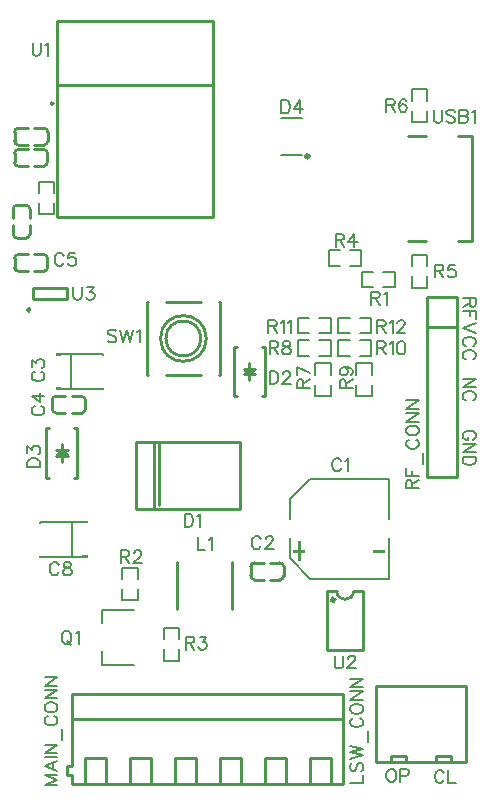
<source format=gto>
G04 Layer: TopSilkscreenLayer*
G04 EasyEDA v6.5.50, 2025-07-26 22:56:47*
G04 19dcf52f1c7e4662a813e58eb1d4b948,5db155e37078497989a25cdeaf243bf5,10*
G04 Gerber Generator version 0.2*
G04 Scale: 100 percent, Rotated: No, Reflected: No *
G04 Dimensions in millimeters *
G04 leading zeros omitted , absolute positions ,4 integer and 5 decimal *
%FSLAX45Y45*%
%MOMM*%

%ADD10C,0.1520*%
%ADD11C,0.1524*%
%ADD12C,0.2540*%
%ADD13C,0.2489*%
%ADD14C,0.3000*%
%ADD15C,0.0135*%

%LPD*%
D10*
X3231255Y195326D02*
G01*
X3220841Y190245D01*
X3210427Y179831D01*
X3205093Y169418D01*
X3200013Y153670D01*
X3200013Y127762D01*
X3205093Y112268D01*
X3210427Y101854D01*
X3220841Y91439D01*
X3231255Y86360D01*
X3251829Y86360D01*
X3262243Y91439D01*
X3272657Y101854D01*
X3277991Y112268D01*
X3283071Y127762D01*
X3283071Y153670D01*
X3277991Y169418D01*
X3272657Y179831D01*
X3262243Y190245D01*
X3251829Y195326D01*
X3231255Y195326D01*
X3317361Y195326D02*
G01*
X3317361Y86360D01*
X3317361Y195326D02*
G01*
X3364097Y195326D01*
X3379845Y190245D01*
X3384925Y184912D01*
X3390259Y174497D01*
X3390259Y159004D01*
X3384925Y148589D01*
X3379845Y143510D01*
X3364097Y138176D01*
X3317361Y138176D01*
X3688041Y159257D02*
G01*
X3682707Y169671D01*
X3672293Y180086D01*
X3661879Y185420D01*
X3641051Y185420D01*
X3630891Y180086D01*
X3620477Y169671D01*
X3615143Y159257D01*
X3610063Y143763D01*
X3610063Y117855D01*
X3615143Y102107D01*
X3620477Y91694D01*
X3630891Y81534D01*
X3641051Y76200D01*
X3661879Y76200D01*
X3672293Y81534D01*
X3682707Y91694D01*
X3688041Y102107D01*
X3722331Y185420D02*
G01*
X3722331Y76200D01*
X3722331Y76200D02*
G01*
X3784561Y76200D01*
X3929463Y2982102D02*
G01*
X3939623Y2987182D01*
X3950037Y2997596D01*
X3955371Y3008010D01*
X3955371Y3028838D01*
X3950037Y3039252D01*
X3939623Y3049666D01*
X3929463Y3054746D01*
X3913715Y3060080D01*
X3887807Y3060080D01*
X3872313Y3054746D01*
X3861899Y3049666D01*
X3851485Y3039252D01*
X3846151Y3028838D01*
X3846151Y3008010D01*
X3851485Y2997596D01*
X3861899Y2987182D01*
X3872313Y2982102D01*
X3887807Y2982102D01*
X3887807Y3008010D02*
G01*
X3887807Y2982102D01*
X3955371Y2947812D02*
G01*
X3846151Y2947812D01*
X3955371Y2947812D02*
G01*
X3846151Y2874914D01*
X3955371Y2874914D02*
G01*
X3846151Y2874914D01*
X3955371Y2840624D02*
G01*
X3846151Y2840624D01*
X3955371Y2840624D02*
G01*
X3955371Y2804302D01*
X3950037Y2788808D01*
X3939623Y2778394D01*
X3929463Y2773314D01*
X3913715Y2767980D01*
X3887807Y2767980D01*
X3872313Y2773314D01*
X3861899Y2778394D01*
X3851485Y2788808D01*
X3846151Y2804302D01*
X3846151Y2840624D01*
X3955272Y4180105D02*
G01*
X3846306Y4180105D01*
X3955272Y4180105D02*
G01*
X3955272Y4133115D01*
X3950192Y4117621D01*
X3944858Y4112541D01*
X3934444Y4107207D01*
X3924284Y4107207D01*
X3913870Y4112541D01*
X3908536Y4117621D01*
X3903456Y4133115D01*
X3903456Y4180105D01*
X3903456Y4143529D02*
G01*
X3846306Y4107207D01*
X3955272Y4072917D02*
G01*
X3846306Y4072917D01*
X3955272Y4072917D02*
G01*
X3955272Y4005353D01*
X3903456Y4072917D02*
G01*
X3903456Y4031515D01*
X3955448Y3970106D02*
G01*
X3846228Y3928450D01*
X3955448Y3886794D02*
G01*
X3846228Y3928450D01*
X3929286Y3774526D02*
G01*
X3939700Y3779860D01*
X3950114Y3790274D01*
X3955448Y3800688D01*
X3955448Y3821516D01*
X3950114Y3831676D01*
X3939700Y3842090D01*
X3929286Y3847424D01*
X3913792Y3852504D01*
X3887884Y3852504D01*
X3872136Y3847424D01*
X3861722Y3842090D01*
X3851308Y3831676D01*
X3846228Y3821516D01*
X3846228Y3800688D01*
X3851308Y3790274D01*
X3861722Y3779860D01*
X3872136Y3774526D01*
X3929286Y3662512D02*
G01*
X3939700Y3667592D01*
X3950114Y3678006D01*
X3955448Y3688420D01*
X3955448Y3709248D01*
X3950114Y3719662D01*
X3939700Y3730076D01*
X3929286Y3735156D01*
X3913792Y3740236D01*
X3887884Y3740236D01*
X3872136Y3735156D01*
X3861722Y3730076D01*
X3851308Y3719662D01*
X3846228Y3709248D01*
X3846228Y3688420D01*
X3851308Y3678006D01*
X3861722Y3667592D01*
X3872136Y3662512D01*
X3955303Y3499947D02*
G01*
X3846337Y3499947D01*
X3955303Y3499947D02*
G01*
X3846337Y3427303D01*
X3955303Y3427303D02*
G01*
X3846337Y3427303D01*
X3929395Y3315035D02*
G01*
X3939809Y3320115D01*
X3950223Y3330529D01*
X3955303Y3340943D01*
X3955303Y3361771D01*
X3950223Y3372185D01*
X3939809Y3382599D01*
X3929395Y3387679D01*
X3913647Y3393013D01*
X3887739Y3393013D01*
X3872245Y3387679D01*
X3861831Y3382599D01*
X3851417Y3372185D01*
X3846337Y3361771D01*
X3846337Y3340943D01*
X3851417Y3330529D01*
X3861831Y3320115D01*
X3872245Y3315035D01*
D11*
X3364671Y2569992D02*
G01*
X3473637Y2569992D01*
X3364671Y2569992D02*
G01*
X3364671Y2616728D01*
X3369751Y2632222D01*
X3375085Y2637556D01*
X3385499Y2642636D01*
X3395913Y2642636D01*
X3406327Y2637556D01*
X3411407Y2632222D01*
X3416487Y2616728D01*
X3416487Y2569992D01*
X3416487Y2606314D02*
G01*
X3473637Y2642636D01*
X3364671Y2676926D02*
G01*
X3473637Y2676926D01*
X3364671Y2676926D02*
G01*
X3364671Y2744490D01*
X3416487Y2676926D02*
G01*
X3416487Y2718582D01*
X3510213Y2778780D02*
G01*
X3510213Y2872252D01*
X3390579Y2984520D02*
G01*
X3380165Y2979440D01*
X3369751Y2969026D01*
X3364671Y2958612D01*
X3364671Y2937784D01*
X3369751Y2927370D01*
X3380165Y2916956D01*
X3390579Y2911876D01*
X3406327Y2906542D01*
X3432235Y2906542D01*
X3447729Y2911876D01*
X3458143Y2916956D01*
X3468557Y2927370D01*
X3473637Y2937784D01*
X3473637Y2958612D01*
X3468557Y2969026D01*
X3458143Y2979440D01*
X3447729Y2984520D01*
X3364671Y3050052D02*
G01*
X3369751Y3039638D01*
X3380165Y3029224D01*
X3390579Y3024144D01*
X3406327Y3018810D01*
X3432235Y3018810D01*
X3447729Y3024144D01*
X3458143Y3029224D01*
X3468557Y3039638D01*
X3473637Y3050052D01*
X3473637Y3070880D01*
X3468557Y3081294D01*
X3458143Y3091708D01*
X3447729Y3096788D01*
X3432235Y3102122D01*
X3406327Y3102122D01*
X3390579Y3096788D01*
X3380165Y3091708D01*
X3369751Y3081294D01*
X3364671Y3070880D01*
X3364671Y3050052D01*
X3364671Y3136412D02*
G01*
X3473637Y3136412D01*
X3364671Y3136412D02*
G01*
X3473637Y3209056D01*
X3364671Y3209056D02*
G01*
X3473637Y3209056D01*
X3364671Y3243346D02*
G01*
X3473637Y3243346D01*
X3364671Y3243346D02*
G01*
X3473637Y3315990D01*
X3364671Y3315990D02*
G01*
X3473637Y3315990D01*
X2769984Y4725316D02*
G01*
X2769984Y4616350D01*
X2769984Y4725316D02*
G01*
X2816720Y4725316D01*
X2832214Y4720236D01*
X2837548Y4714902D01*
X2842628Y4704488D01*
X2842628Y4694074D01*
X2837548Y4683660D01*
X2832214Y4678580D01*
X2816720Y4673500D01*
X2769984Y4673500D01*
X2806306Y4673500D02*
G01*
X2842628Y4616350D01*
X2928988Y4725316D02*
G01*
X2876918Y4652672D01*
X2954896Y4652672D01*
X2928988Y4725316D02*
G01*
X2928988Y4616350D01*
X2817964Y2799412D02*
G01*
X2812630Y2809826D01*
X2802216Y2820240D01*
X2792056Y2825320D01*
X2771228Y2825320D01*
X2760814Y2820240D01*
X2750400Y2809826D01*
X2745066Y2799412D01*
X2739986Y2783664D01*
X2739986Y2757756D01*
X2745066Y2742262D01*
X2750400Y2731848D01*
X2760814Y2721434D01*
X2771228Y2716354D01*
X2792056Y2716354D01*
X2802216Y2721434D01*
X2812630Y2731848D01*
X2817964Y2742262D01*
X2852254Y2804492D02*
G01*
X2862668Y2809826D01*
X2878162Y2825320D01*
X2878162Y2716354D01*
X2137963Y2139411D02*
G01*
X2132629Y2149825D01*
X2122215Y2160239D01*
X2112055Y2165319D01*
X2091227Y2165319D01*
X2080813Y2160239D01*
X2070399Y2149825D01*
X2065065Y2139411D01*
X2059985Y2123663D01*
X2059985Y2097755D01*
X2065065Y2082261D01*
X2070399Y2071847D01*
X2080813Y2061433D01*
X2091227Y2056353D01*
X2112055Y2056353D01*
X2122215Y2061433D01*
X2132629Y2071847D01*
X2137963Y2082261D01*
X2177333Y2139411D02*
G01*
X2177333Y2144491D01*
X2182667Y2154905D01*
X2187747Y2160239D01*
X2198161Y2165319D01*
X2218989Y2165319D01*
X2229403Y2160239D01*
X2234483Y2154905D01*
X2239817Y2144491D01*
X2239817Y2134077D01*
X2234483Y2123663D01*
X2224069Y2108169D01*
X2172253Y2056353D01*
X2244897Y2056353D01*
X220593Y3267966D02*
G01*
X210179Y3262632D01*
X199765Y3252218D01*
X194685Y3242058D01*
X194685Y3221230D01*
X199765Y3210816D01*
X210179Y3200402D01*
X220593Y3195068D01*
X236341Y3189988D01*
X262249Y3189988D01*
X277743Y3195068D01*
X288157Y3200402D01*
X298571Y3210816D01*
X303651Y3221230D01*
X303651Y3242058D01*
X298571Y3252218D01*
X288157Y3262632D01*
X277743Y3267966D01*
X194685Y3354072D02*
G01*
X267329Y3302256D01*
X267329Y3380234D01*
X194685Y3354072D02*
G01*
X303651Y3354072D01*
X467964Y4539429D02*
G01*
X462630Y4549843D01*
X452216Y4560257D01*
X442056Y4565337D01*
X421228Y4565337D01*
X410814Y4560257D01*
X400400Y4549843D01*
X395066Y4539429D01*
X389986Y4523681D01*
X389986Y4497773D01*
X395066Y4482279D01*
X400400Y4471865D01*
X410814Y4461451D01*
X421228Y4456371D01*
X442056Y4456371D01*
X452216Y4461451D01*
X462630Y4471865D01*
X467964Y4482279D01*
X564484Y4565337D02*
G01*
X512668Y4565337D01*
X507334Y4518601D01*
X512668Y4523681D01*
X528162Y4529015D01*
X543656Y4529015D01*
X559404Y4523681D01*
X569818Y4513521D01*
X574898Y4497773D01*
X574898Y4487359D01*
X569818Y4471865D01*
X559404Y4461451D01*
X543656Y4456371D01*
X528162Y4456371D01*
X512668Y4461451D01*
X507334Y4466531D01*
X502254Y4476945D01*
X159082Y2752785D02*
G01*
X268048Y2752785D01*
X159082Y2752785D02*
G01*
X159082Y2789107D01*
X164162Y2804855D01*
X174576Y2815015D01*
X184990Y2820349D01*
X200738Y2825429D01*
X226646Y2825429D01*
X242140Y2820349D01*
X252554Y2815015D01*
X262968Y2804855D01*
X268048Y2789107D01*
X268048Y2752785D01*
X159082Y2870133D02*
G01*
X159082Y2927283D01*
X200738Y2896295D01*
X200738Y2911789D01*
X205818Y2922203D01*
X210898Y2927283D01*
X226646Y2932617D01*
X237060Y2932617D01*
X252554Y2927283D01*
X262968Y2916869D01*
X268048Y2901375D01*
X268048Y2885881D01*
X262968Y2870133D01*
X257888Y2865053D01*
X247474Y2859719D01*
X2309992Y5855312D02*
G01*
X2309992Y5746346D01*
X2309992Y5855312D02*
G01*
X2346314Y5855312D01*
X2362062Y5850232D01*
X2372222Y5839818D01*
X2377556Y5829404D01*
X2382636Y5813656D01*
X2382636Y5787748D01*
X2377556Y5772254D01*
X2372222Y5761840D01*
X2362062Y5751426D01*
X2346314Y5746346D01*
X2309992Y5746346D01*
X2468996Y5855312D02*
G01*
X2416926Y5782668D01*
X2494904Y5782668D01*
X2468996Y5855312D02*
G01*
X2468996Y5746346D01*
X1600004Y2155327D02*
G01*
X1600004Y2046361D01*
X1600004Y2046361D02*
G01*
X1662234Y2046361D01*
X1696524Y2134499D02*
G01*
X1706938Y2139833D01*
X1722686Y2155327D01*
X1722686Y2046361D01*
X481248Y1365303D02*
G01*
X470834Y1360223D01*
X460420Y1349809D01*
X455086Y1339395D01*
X450006Y1323647D01*
X450006Y1297739D01*
X455086Y1282245D01*
X460420Y1271831D01*
X470834Y1261417D01*
X481248Y1256337D01*
X502076Y1256337D01*
X512236Y1261417D01*
X522650Y1271831D01*
X527984Y1282245D01*
X533064Y1297739D01*
X533064Y1323647D01*
X527984Y1339395D01*
X522650Y1349809D01*
X512236Y1360223D01*
X502076Y1365303D01*
X481248Y1365303D01*
X496742Y1276911D02*
G01*
X527984Y1245923D01*
X567354Y1344475D02*
G01*
X577768Y1349809D01*
X593516Y1365303D01*
X593516Y1256337D01*
X3069996Y4235305D02*
G01*
X3069996Y4126339D01*
X3069996Y4235305D02*
G01*
X3116732Y4235305D01*
X3132226Y4230225D01*
X3137560Y4224891D01*
X3142640Y4214477D01*
X3142640Y4204063D01*
X3137560Y4193649D01*
X3132226Y4188569D01*
X3116732Y4183489D01*
X3069996Y4183489D01*
X3106318Y4183489D02*
G01*
X3142640Y4126339D01*
X3176930Y4214477D02*
G01*
X3187344Y4219811D01*
X3203092Y4235305D01*
X3203092Y4126339D01*
X950013Y2045322D02*
G01*
X950013Y1936356D01*
X950013Y2045322D02*
G01*
X996749Y2045322D01*
X1012243Y2040242D01*
X1017577Y2034908D01*
X1022657Y2024494D01*
X1022657Y2014080D01*
X1017577Y2003666D01*
X1012243Y1998586D01*
X996749Y1993506D01*
X950013Y1993506D01*
X986335Y1993506D02*
G01*
X1022657Y1936356D01*
X1062281Y2019414D02*
G01*
X1062281Y2024494D01*
X1067361Y2034908D01*
X1072695Y2040242D01*
X1083109Y2045322D01*
X1103683Y2045322D01*
X1114097Y2040242D01*
X1119431Y2034908D01*
X1124511Y2024494D01*
X1124511Y2014080D01*
X1119431Y2003666D01*
X1109017Y1988172D01*
X1056947Y1936356D01*
X1129845Y1936356D01*
X1499989Y1315318D02*
G01*
X1499989Y1206352D01*
X1499989Y1315318D02*
G01*
X1546725Y1315318D01*
X1562219Y1310238D01*
X1567553Y1304904D01*
X1572633Y1294490D01*
X1572633Y1284076D01*
X1567553Y1273662D01*
X1562219Y1268582D01*
X1546725Y1263502D01*
X1499989Y1263502D01*
X1536311Y1263502D02*
G01*
X1572633Y1206352D01*
X1617337Y1315318D02*
G01*
X1674487Y1315318D01*
X1643499Y1273662D01*
X1658993Y1273662D01*
X1669407Y1268582D01*
X1674487Y1263502D01*
X1679821Y1247754D01*
X1679821Y1237340D01*
X1674487Y1221846D01*
X1664073Y1211432D01*
X1648579Y1206352D01*
X1633085Y1206352D01*
X1617337Y1211432D01*
X1612257Y1216512D01*
X1606923Y1226926D01*
X3609992Y4465307D02*
G01*
X3609992Y4356341D01*
X3609992Y4465307D02*
G01*
X3656728Y4465307D01*
X3672222Y4460227D01*
X3677556Y4454893D01*
X3682636Y4444479D01*
X3682636Y4434065D01*
X3677556Y4423651D01*
X3672222Y4418571D01*
X3656728Y4413491D01*
X3609992Y4413491D01*
X3646314Y4413491D02*
G01*
X3682636Y4356341D01*
X3779410Y4465307D02*
G01*
X3727340Y4465307D01*
X3722260Y4418571D01*
X3727340Y4423651D01*
X3743088Y4428985D01*
X3758582Y4428985D01*
X3774076Y4423651D01*
X3784490Y4413491D01*
X3789824Y4397743D01*
X3789824Y4387329D01*
X3784490Y4371835D01*
X3774076Y4361421D01*
X3758582Y4356341D01*
X3743088Y4356341D01*
X3727340Y4361421D01*
X3722260Y4366501D01*
X3716926Y4376915D01*
X3199993Y5865304D02*
G01*
X3199993Y5756338D01*
X3199993Y5865304D02*
G01*
X3246729Y5865304D01*
X3262223Y5860224D01*
X3267557Y5854890D01*
X3272637Y5844476D01*
X3272637Y5834062D01*
X3267557Y5823648D01*
X3262223Y5818568D01*
X3246729Y5813488D01*
X3199993Y5813488D01*
X3236315Y5813488D02*
G01*
X3272637Y5756338D01*
X3369411Y5849810D02*
G01*
X3364077Y5860224D01*
X3348583Y5865304D01*
X3338169Y5865304D01*
X3322675Y5860224D01*
X3312261Y5844476D01*
X3306927Y5818568D01*
X3306927Y5792660D01*
X3312261Y5771832D01*
X3322675Y5761418D01*
X3338169Y5756338D01*
X3343503Y5756338D01*
X3358997Y5761418D01*
X3369411Y5771832D01*
X3374491Y5787326D01*
X3374491Y5792660D01*
X3369411Y5808154D01*
X3358997Y5818568D01*
X3343503Y5823648D01*
X3338169Y5823648D01*
X3322675Y5818568D01*
X3312261Y5808154D01*
X3306927Y5792660D01*
X203093Y6344394D02*
G01*
X203093Y6266416D01*
X208173Y6250922D01*
X218587Y6240508D01*
X234335Y6235428D01*
X244749Y6235428D01*
X260243Y6240508D01*
X270657Y6250922D01*
X275737Y6266416D01*
X275737Y6344394D01*
X310027Y6323566D02*
G01*
X320441Y6328900D01*
X336189Y6344394D01*
X336189Y6235428D01*
X2761289Y1155209D02*
G01*
X2761289Y1077231D01*
X2766369Y1061737D01*
X2776783Y1051323D01*
X2792531Y1046243D01*
X2802945Y1046243D01*
X2818439Y1051323D01*
X2828853Y1061737D01*
X2833933Y1077231D01*
X2833933Y1155209D01*
X2873557Y1129301D02*
G01*
X2873557Y1134381D01*
X2878637Y1144795D01*
X2883971Y1150129D01*
X2894385Y1155209D01*
X2914959Y1155209D01*
X2925373Y1150129D01*
X2930707Y1144795D01*
X2935787Y1134381D01*
X2935787Y1123967D01*
X2930707Y1113553D01*
X2920293Y1098059D01*
X2868223Y1046243D01*
X2941121Y1046243D01*
X549996Y4275310D02*
G01*
X549996Y4197332D01*
X555076Y4181838D01*
X565490Y4171424D01*
X581238Y4166344D01*
X591652Y4166344D01*
X607146Y4171424D01*
X617560Y4181838D01*
X622640Y4197332D01*
X622640Y4275310D01*
X667344Y4275310D02*
G01*
X724494Y4275310D01*
X693506Y4233654D01*
X709000Y4233654D01*
X719414Y4228574D01*
X724494Y4223494D01*
X729828Y4207746D01*
X729828Y4197332D01*
X724494Y4181838D01*
X714080Y4171424D01*
X698586Y4166344D01*
X683092Y4166344D01*
X667344Y4171424D01*
X662264Y4176504D01*
X656930Y4186918D01*
X3599992Y5775294D02*
G01*
X3599992Y5697316D01*
X3605072Y5681822D01*
X3615486Y5671408D01*
X3631234Y5666328D01*
X3641648Y5666328D01*
X3657142Y5671408D01*
X3667556Y5681822D01*
X3672636Y5697316D01*
X3672636Y5775294D01*
X3779824Y5759800D02*
G01*
X3769410Y5770214D01*
X3753662Y5775294D01*
X3733088Y5775294D01*
X3717340Y5770214D01*
X3706926Y5759800D01*
X3706926Y5749386D01*
X3712260Y5738972D01*
X3717340Y5733638D01*
X3727754Y5728558D01*
X3758996Y5718144D01*
X3769410Y5713064D01*
X3774490Y5707730D01*
X3779824Y5697316D01*
X3779824Y5681822D01*
X3769410Y5671408D01*
X3753662Y5666328D01*
X3733088Y5666328D01*
X3717340Y5671408D01*
X3706926Y5681822D01*
X3814114Y5775294D02*
G01*
X3814114Y5666328D01*
X3814114Y5775294D02*
G01*
X3860850Y5775294D01*
X3876344Y5770214D01*
X3881678Y5764880D01*
X3886758Y5754466D01*
X3886758Y5744052D01*
X3881678Y5733638D01*
X3876344Y5728558D01*
X3860850Y5723478D01*
X3814114Y5723478D02*
G01*
X3860850Y5723478D01*
X3876344Y5718144D01*
X3881678Y5713064D01*
X3886758Y5702650D01*
X3886758Y5686902D01*
X3881678Y5676488D01*
X3876344Y5671408D01*
X3860850Y5666328D01*
X3814114Y5666328D01*
X3921048Y5754466D02*
G01*
X3931462Y5759800D01*
X3946956Y5775294D01*
X3946956Y5666328D01*
X220598Y3557965D02*
G01*
X210185Y3552631D01*
X199770Y3542217D01*
X194690Y3532057D01*
X194690Y3511229D01*
X199770Y3500815D01*
X210185Y3490401D01*
X220598Y3485067D01*
X236346Y3479987D01*
X262254Y3479987D01*
X277748Y3485067D01*
X288162Y3490401D01*
X298577Y3500815D01*
X303656Y3511229D01*
X303656Y3532057D01*
X298577Y3542217D01*
X288162Y3552631D01*
X277748Y3557965D01*
X194690Y3602669D02*
G01*
X194690Y3659819D01*
X236346Y3628577D01*
X236346Y3644071D01*
X241427Y3654485D01*
X246506Y3659819D01*
X262254Y3664899D01*
X272669Y3664899D01*
X288162Y3659819D01*
X298577Y3649405D01*
X303656Y3633657D01*
X303656Y3618163D01*
X298577Y3602669D01*
X293496Y3597335D01*
X283082Y3592255D01*
X427969Y1919404D02*
G01*
X422635Y1929818D01*
X412221Y1940232D01*
X402061Y1945312D01*
X381233Y1945312D01*
X370819Y1940232D01*
X360405Y1929818D01*
X355071Y1919404D01*
X349991Y1903656D01*
X349991Y1877748D01*
X355071Y1862254D01*
X360405Y1851840D01*
X370819Y1841426D01*
X381233Y1836346D01*
X402061Y1836346D01*
X412221Y1841426D01*
X422635Y1851840D01*
X427969Y1862254D01*
X488167Y1945312D02*
G01*
X472673Y1940232D01*
X467339Y1929818D01*
X467339Y1919404D01*
X472673Y1908990D01*
X483087Y1903656D01*
X503661Y1898576D01*
X519409Y1893496D01*
X529823Y1883082D01*
X534903Y1872668D01*
X534903Y1856920D01*
X529823Y1846506D01*
X524489Y1841426D01*
X508995Y1836346D01*
X488167Y1836346D01*
X472673Y1841426D01*
X467339Y1846506D01*
X462259Y1856920D01*
X462259Y1872668D01*
X467339Y1883082D01*
X477753Y1893496D01*
X493501Y1898576D01*
X514075Y1903656D01*
X524489Y1908990D01*
X529823Y1919404D01*
X529823Y1929818D01*
X524489Y1940232D01*
X508995Y1945312D01*
X488167Y1945312D01*
X1489994Y2355311D02*
G01*
X1489994Y2246345D01*
X1489994Y2355311D02*
G01*
X1526316Y2355311D01*
X1542064Y2350231D01*
X1552224Y2339817D01*
X1557558Y2329403D01*
X1562638Y2313655D01*
X1562638Y2287747D01*
X1557558Y2272253D01*
X1552224Y2261839D01*
X1542064Y2251425D01*
X1526316Y2246345D01*
X1489994Y2246345D01*
X1596928Y2334483D02*
G01*
X1607342Y2339817D01*
X1623090Y2355311D01*
X1623090Y2246345D01*
X304688Y59987D02*
G01*
X413654Y59987D01*
X304688Y59987D02*
G01*
X413654Y101643D01*
X304688Y143045D02*
G01*
X413654Y101643D01*
X304688Y143045D02*
G01*
X413654Y143045D01*
X304688Y218991D02*
G01*
X413654Y177335D01*
X304688Y218991D02*
G01*
X413654Y260647D01*
X377332Y193083D02*
G01*
X377332Y244899D01*
X304688Y294937D02*
G01*
X413654Y294937D01*
X304688Y329227D02*
G01*
X413654Y329227D01*
X304688Y329227D02*
G01*
X413654Y401871D01*
X304688Y401871D02*
G01*
X413654Y401871D01*
X450230Y436161D02*
G01*
X450230Y529633D01*
X330596Y641901D02*
G01*
X320182Y636567D01*
X309768Y626407D01*
X304688Y615993D01*
X304688Y595165D01*
X309768Y584751D01*
X320182Y574337D01*
X330596Y569257D01*
X346344Y563923D01*
X372252Y563923D01*
X387746Y569257D01*
X398160Y574337D01*
X408574Y584751D01*
X413654Y595165D01*
X413654Y615993D01*
X408574Y626407D01*
X398160Y636567D01*
X387746Y641901D01*
X304688Y707433D02*
G01*
X309768Y697019D01*
X320182Y686605D01*
X330596Y681271D01*
X346344Y676191D01*
X372252Y676191D01*
X387746Y681271D01*
X398160Y686605D01*
X408574Y697019D01*
X413654Y707433D01*
X413654Y728007D01*
X408574Y738421D01*
X398160Y748835D01*
X387746Y754169D01*
X372252Y759249D01*
X346344Y759249D01*
X330596Y754169D01*
X320182Y748835D01*
X309768Y738421D01*
X304688Y728007D01*
X304688Y707433D01*
X304688Y793539D02*
G01*
X413654Y793539D01*
X304688Y793539D02*
G01*
X413654Y866437D01*
X304688Y866437D02*
G01*
X413654Y866437D01*
X304688Y900727D02*
G01*
X413654Y900727D01*
X304688Y900727D02*
G01*
X413654Y973371D01*
X304688Y973371D02*
G01*
X413654Y973371D01*
X2894688Y80004D02*
G01*
X3003654Y80004D01*
X3003654Y80004D02*
G01*
X3003654Y142234D01*
X2910182Y249422D02*
G01*
X2899768Y239008D01*
X2894688Y223514D01*
X2894688Y202686D01*
X2899768Y186938D01*
X2910182Y176524D01*
X2920596Y176524D01*
X2931010Y181858D01*
X2936344Y186938D01*
X2941424Y197352D01*
X2951838Y228594D01*
X2956918Y239008D01*
X2962252Y244088D01*
X2972666Y249422D01*
X2988160Y249422D01*
X2998574Y239008D01*
X3003654Y223514D01*
X3003654Y202686D01*
X2998574Y186938D01*
X2988160Y176524D01*
X2894688Y283712D02*
G01*
X3003654Y309620D01*
X2894688Y335528D02*
G01*
X3003654Y309620D01*
X2894688Y335528D02*
G01*
X3003654Y361690D01*
X2894688Y387598D02*
G01*
X3003654Y361690D01*
X3040230Y421888D02*
G01*
X3040230Y515360D01*
X2920596Y627628D02*
G01*
X2910182Y622294D01*
X2899768Y612134D01*
X2894688Y601720D01*
X2894688Y580892D01*
X2899768Y570478D01*
X2910182Y560064D01*
X2920596Y554984D01*
X2936344Y549650D01*
X2962252Y549650D01*
X2977746Y554984D01*
X2988160Y560064D01*
X2998574Y570478D01*
X3003654Y580892D01*
X3003654Y601720D01*
X2998574Y612134D01*
X2988160Y622294D01*
X2977746Y627628D01*
X2894688Y693160D02*
G01*
X2899768Y682746D01*
X2910182Y672332D01*
X2920596Y666998D01*
X2936344Y661918D01*
X2962252Y661918D01*
X2977746Y666998D01*
X2988160Y672332D01*
X2998574Y682746D01*
X3003654Y693160D01*
X3003654Y713734D01*
X2998574Y724148D01*
X2988160Y734562D01*
X2977746Y739896D01*
X2962252Y744976D01*
X2936344Y744976D01*
X2920596Y739896D01*
X2910182Y734562D01*
X2899768Y724148D01*
X2894688Y713734D01*
X2894688Y693160D01*
X2894688Y779266D02*
G01*
X3003654Y779266D01*
X2894688Y779266D02*
G01*
X3003654Y852164D01*
X2894688Y852164D02*
G01*
X3003654Y852164D01*
X2894688Y886454D02*
G01*
X3003654Y886454D01*
X2894688Y886454D02*
G01*
X3003654Y959098D01*
X2894688Y959098D02*
G01*
X3003654Y959098D01*
X2444678Y3419993D02*
G01*
X2553644Y3419993D01*
X2444678Y3419993D02*
G01*
X2444678Y3466729D01*
X2449758Y3482223D01*
X2455092Y3487557D01*
X2465506Y3492637D01*
X2475920Y3492637D01*
X2486334Y3487557D01*
X2491414Y3482223D01*
X2496494Y3466729D01*
X2496494Y3419993D01*
X2496494Y3456315D02*
G01*
X2553644Y3492637D01*
X2444678Y3599825D02*
G01*
X2553644Y3547755D01*
X2444678Y3526927D02*
G01*
X2444678Y3599825D01*
X2209995Y3815308D02*
G01*
X2209995Y3706342D01*
X2209995Y3815308D02*
G01*
X2256731Y3815308D01*
X2272225Y3810228D01*
X2277559Y3804894D01*
X2282639Y3794480D01*
X2282639Y3784066D01*
X2277559Y3773652D01*
X2272225Y3768572D01*
X2256731Y3763492D01*
X2209995Y3763492D01*
X2246317Y3763492D02*
G01*
X2282639Y3706342D01*
X2343091Y3815308D02*
G01*
X2327343Y3810228D01*
X2322263Y3799814D01*
X2322263Y3789400D01*
X2327343Y3778986D01*
X2337757Y3773652D01*
X2358585Y3768572D01*
X2374079Y3763492D01*
X2384493Y3753078D01*
X2389827Y3742664D01*
X2389827Y3726916D01*
X2384493Y3716502D01*
X2379413Y3711422D01*
X2363665Y3706342D01*
X2343091Y3706342D01*
X2327343Y3711422D01*
X2322263Y3716502D01*
X2316929Y3726916D01*
X2316929Y3742664D01*
X2322263Y3753078D01*
X2332677Y3763492D01*
X2348171Y3768572D01*
X2368999Y3773652D01*
X2379413Y3778986D01*
X2384493Y3789400D01*
X2384493Y3799814D01*
X2379413Y3810228D01*
X2363665Y3815308D01*
X2343091Y3815308D01*
X2804678Y3419993D02*
G01*
X2913644Y3419993D01*
X2804678Y3419993D02*
G01*
X2804678Y3466729D01*
X2809758Y3482223D01*
X2815092Y3487557D01*
X2825506Y3492637D01*
X2835920Y3492637D01*
X2846334Y3487557D01*
X2851414Y3482223D01*
X2856494Y3466729D01*
X2856494Y3419993D01*
X2856494Y3456315D02*
G01*
X2913644Y3492637D01*
X2841000Y3594491D02*
G01*
X2856494Y3589411D01*
X2866908Y3578997D01*
X2872242Y3563503D01*
X2872242Y3558169D01*
X2866908Y3542675D01*
X2856494Y3532261D01*
X2841000Y3526927D01*
X2835920Y3526927D01*
X2820172Y3532261D01*
X2809758Y3542675D01*
X2804678Y3558169D01*
X2804678Y3563503D01*
X2809758Y3578997D01*
X2820172Y3589411D01*
X2841000Y3594491D01*
X2866908Y3594491D01*
X2893070Y3589411D01*
X2908564Y3578997D01*
X2913644Y3563503D01*
X2913644Y3553089D01*
X2908564Y3537341D01*
X2898150Y3532261D01*
X3119993Y3815308D02*
G01*
X3119993Y3706342D01*
X3119993Y3815308D02*
G01*
X3166729Y3815308D01*
X3182223Y3810228D01*
X3187557Y3804894D01*
X3192637Y3794480D01*
X3192637Y3784066D01*
X3187557Y3773652D01*
X3182223Y3768572D01*
X3166729Y3763492D01*
X3119993Y3763492D01*
X3156315Y3763492D02*
G01*
X3192637Y3706342D01*
X3226927Y3794480D02*
G01*
X3237341Y3799814D01*
X3253089Y3815308D01*
X3253089Y3706342D01*
X3318367Y3815308D02*
G01*
X3302873Y3810228D01*
X3292459Y3794480D01*
X3287379Y3768572D01*
X3287379Y3753078D01*
X3292459Y3726916D01*
X3302873Y3711422D01*
X3318367Y3706342D01*
X3328781Y3706342D01*
X3344529Y3711422D01*
X3354943Y3726916D01*
X3360023Y3753078D01*
X3360023Y3768572D01*
X3354943Y3794480D01*
X3344529Y3810228D01*
X3328781Y3815308D01*
X3318367Y3815308D01*
X2199995Y3995308D02*
G01*
X2199995Y3886342D01*
X2199995Y3995308D02*
G01*
X2246731Y3995308D01*
X2262225Y3990228D01*
X2267559Y3984894D01*
X2272639Y3974480D01*
X2272639Y3964066D01*
X2267559Y3953652D01*
X2262225Y3948572D01*
X2246731Y3943492D01*
X2199995Y3943492D01*
X2236317Y3943492D02*
G01*
X2272639Y3886342D01*
X2306929Y3974480D02*
G01*
X2317343Y3979814D01*
X2333091Y3995308D01*
X2333091Y3886342D01*
X2367381Y3974480D02*
G01*
X2377795Y3979814D01*
X2393289Y3995308D01*
X2393289Y3886342D01*
X3120003Y3995315D02*
G01*
X3120003Y3886349D01*
X3120003Y3995315D02*
G01*
X3166739Y3995315D01*
X3182233Y3990235D01*
X3187567Y3984901D01*
X3192647Y3974487D01*
X3192647Y3964073D01*
X3187567Y3953659D01*
X3182233Y3948579D01*
X3166739Y3943499D01*
X3120003Y3943499D01*
X3156325Y3943499D02*
G01*
X3192647Y3886349D01*
X3226937Y3974487D02*
G01*
X3237351Y3979821D01*
X3253099Y3995315D01*
X3253099Y3886349D01*
X3292469Y3969407D02*
G01*
X3292469Y3974487D01*
X3297803Y3984901D01*
X3302883Y3990235D01*
X3313297Y3995315D01*
X3334125Y3995315D01*
X3344539Y3990235D01*
X3349619Y3984901D01*
X3354953Y3974487D01*
X3354953Y3964073D01*
X3349619Y3953659D01*
X3339205Y3938165D01*
X3287389Y3886349D01*
X3360033Y3886349D01*
X2209995Y3565309D02*
G01*
X2209995Y3456343D01*
X2209995Y3565309D02*
G01*
X2246317Y3565309D01*
X2262065Y3560229D01*
X2272225Y3549815D01*
X2277559Y3539401D01*
X2282639Y3523653D01*
X2282639Y3497745D01*
X2277559Y3482251D01*
X2272225Y3471837D01*
X2262065Y3461423D01*
X2246317Y3456343D01*
X2209995Y3456343D01*
X2322263Y3539401D02*
G01*
X2322263Y3544481D01*
X2327343Y3554895D01*
X2332677Y3560229D01*
X2343091Y3565309D01*
X2363665Y3565309D01*
X2374079Y3560229D01*
X2379413Y3554895D01*
X2384493Y3544481D01*
X2384493Y3534067D01*
X2379413Y3523653D01*
X2368999Y3508159D01*
X2316929Y3456343D01*
X2389827Y3456343D01*
X912642Y3899814D02*
G01*
X902228Y3910228D01*
X886734Y3915308D01*
X865906Y3915308D01*
X850412Y3910228D01*
X839998Y3899814D01*
X839998Y3889400D01*
X845078Y3878986D01*
X850412Y3873652D01*
X860826Y3868572D01*
X892068Y3858158D01*
X902228Y3853078D01*
X907562Y3847744D01*
X912642Y3837330D01*
X912642Y3821836D01*
X902228Y3811422D01*
X886734Y3806342D01*
X865906Y3806342D01*
X850412Y3811422D01*
X839998Y3821836D01*
X946932Y3915308D02*
G01*
X973094Y3806342D01*
X999002Y3915308D02*
G01*
X973094Y3806342D01*
X999002Y3915308D02*
G01*
X1024910Y3806342D01*
X1050818Y3915308D02*
G01*
X1024910Y3806342D01*
X1085108Y3894480D02*
G01*
X1095522Y3899814D01*
X1111270Y3915308D01*
X1111270Y3806342D01*
G36*
X3087979Y2051557D02*
G01*
X3087979Y2026666D01*
X3187598Y2026666D01*
X3187598Y2051557D01*
G37*
G36*
X2412390Y2051557D02*
G01*
X2412390Y2026666D01*
X2512009Y2026666D01*
X2512009Y2051557D01*
G37*
G36*
X2449728Y2122119D02*
G01*
X2449728Y1956104D01*
X2474620Y1956104D01*
X2474620Y2122119D01*
G37*
G36*
X399288Y3425951D02*
G01*
X399288Y3404768D01*
X445008Y3404768D01*
X445008Y3425951D01*
G37*
G36*
X399288Y3715207D02*
G01*
X399288Y3694023D01*
X445008Y3694023D01*
X445008Y3715207D01*
G37*
G36*
X624992Y2295245D02*
G01*
X624992Y2274062D01*
X670712Y2274062D01*
X670712Y2295245D01*
G37*
G36*
X624992Y2005939D02*
G01*
X624992Y1984756D01*
X670712Y1984756D01*
X670712Y2005939D01*
G37*
D12*
X3799992Y4189991D02*
G01*
X3799992Y2664993D01*
X3539992Y2664993D01*
X3539992Y4189991D01*
X3799992Y4189991D01*
X3796992Y3935641D02*
G01*
X3542992Y3935641D01*
D11*
X2807373Y4586051D02*
G01*
X2711485Y4586051D01*
X2711485Y4453930D01*
X2807373Y4453930D01*
X2892615Y4586051D02*
G01*
X2988503Y4586051D01*
X2988503Y4453930D01*
X2892615Y4453930D01*
X3220118Y2151755D02*
G01*
X3220118Y1807372D01*
X2553497Y1807372D01*
X2379870Y1980999D01*
X2379870Y2151755D01*
X3220118Y2308235D02*
G01*
X3220118Y2652618D01*
X2553497Y2652618D01*
X2379870Y2478991D01*
X2379870Y2308235D01*
D12*
X2218014Y1940953D02*
G01*
X2298011Y1940953D01*
X2161969Y1940999D02*
G01*
X2081971Y1940999D01*
X2218014Y1798985D02*
G01*
X2298011Y1798985D01*
X2161969Y1799033D02*
G01*
X2081971Y1799033D01*
X2328986Y1909970D02*
G01*
X2328986Y1829965D01*
X2050994Y1830019D02*
G01*
X2050994Y1910021D01*
X481980Y3209036D02*
G01*
X401982Y3209036D01*
X538025Y3208990D02*
G01*
X618022Y3208990D01*
X481980Y3351004D02*
G01*
X401982Y3351004D01*
X538025Y3350955D02*
G01*
X618022Y3350955D01*
X371007Y3240018D02*
G01*
X371007Y3320023D01*
X649000Y3319970D02*
G01*
X649000Y3239968D01*
X218018Y4550948D02*
G01*
X298015Y4550948D01*
X161973Y4550994D02*
G01*
X81975Y4550994D01*
X218018Y4408980D02*
G01*
X298015Y4408980D01*
X161973Y4409028D02*
G01*
X81975Y4409028D01*
X328990Y4519965D02*
G01*
X328990Y4439960D01*
X50998Y4440013D02*
G01*
X50998Y4520016D01*
X218018Y5440946D02*
G01*
X298015Y5440946D01*
X161973Y5440992D02*
G01*
X81975Y5440992D01*
X218018Y5298978D02*
G01*
X298015Y5298978D01*
X161973Y5299026D02*
G01*
X81975Y5299026D01*
X328990Y5409963D02*
G01*
X328990Y5329958D01*
X50998Y5330012D02*
G01*
X50998Y5410014D01*
X50998Y5510011D02*
G01*
X50998Y5590014D01*
X161973Y5479026D02*
G01*
X81975Y5479026D01*
X161973Y5620992D02*
G01*
X81975Y5620992D01*
X219562Y5478444D02*
G01*
X299562Y5478444D01*
X330545Y5509427D02*
G01*
X330545Y5589424D01*
X219562Y5620405D02*
G01*
X299562Y5620405D01*
X449999Y2942381D02*
G01*
X449999Y2794993D01*
X499998Y2894992D02*
G01*
X399999Y2894992D01*
X499998Y2844993D02*
G01*
X449999Y2894992D01*
X399999Y2844993D01*
X499998Y2844993D01*
X342884Y2659994D02*
G01*
X319999Y2659994D01*
X579998Y2659994D02*
G01*
X557113Y2659994D01*
X579998Y3079993D02*
G01*
X579998Y2659994D01*
X557113Y3079993D02*
G01*
X579998Y3079993D01*
X319999Y3079993D02*
G01*
X342884Y3079993D01*
X319999Y2659994D02*
G01*
X319999Y3079993D01*
D11*
X2488915Y5703907D02*
G01*
X2311074Y5703907D01*
X2488915Y5396069D02*
G01*
X2311074Y5396069D01*
D12*
X1424995Y1549996D02*
G01*
X1424995Y1949996D01*
X1894997Y1549996D02*
G01*
X1894997Y1949996D01*
D11*
X1060246Y1542628D02*
G01*
X795009Y1542628D01*
X795009Y1427746D01*
X1060246Y1077391D02*
G01*
X795009Y1077391D01*
X795009Y1192273D01*
X3172614Y4273930D02*
G01*
X3268502Y4273930D01*
X3268502Y4406051D01*
X3172614Y4406051D01*
X3087372Y4273930D02*
G01*
X2991484Y4273930D01*
X2991484Y4406051D01*
X3087372Y4406051D01*
X963937Y1717375D02*
G01*
X963937Y1621487D01*
X1096058Y1621487D01*
X1096058Y1717375D01*
X963937Y1802617D02*
G01*
X963937Y1898505D01*
X1096058Y1898505D01*
X1096058Y1802617D01*
X1446057Y1292618D02*
G01*
X1446057Y1388506D01*
X1313936Y1388506D01*
X1313936Y1292618D01*
X1446057Y1207376D02*
G01*
X1446057Y1111488D01*
X1313936Y1111488D01*
X1313936Y1207376D01*
X3546053Y4452612D02*
G01*
X3546053Y4548499D01*
X3413932Y4548499D01*
X3413932Y4452612D01*
X3546053Y4367369D02*
G01*
X3546053Y4271482D01*
X3413932Y4271482D01*
X3413932Y4367369D01*
X3546053Y5852609D02*
G01*
X3546053Y5948497D01*
X3413932Y5948497D01*
X3413932Y5852609D01*
X3546053Y5767367D02*
G01*
X3546053Y5671479D01*
X3413932Y5671479D01*
X3413932Y5767367D01*
D12*
X1729999Y4869990D02*
G01*
X1730001Y6529994D01*
X1730001Y5989988D02*
G01*
X409994Y5989988D01*
X409994Y6529992D02*
G01*
X1730001Y6529992D01*
X409996Y4869990D02*
G01*
X409994Y6529992D01*
X409996Y4869990D02*
G01*
X1729999Y4869990D01*
X2699994Y1699996D02*
G01*
X2699994Y1199997D01*
X2999993Y1699996D02*
G01*
X2999993Y1199997D01*
X2699994Y1699996D02*
G01*
X2777337Y1699996D01*
X2999993Y1699996D02*
G01*
X2922623Y1699996D01*
X2999993Y1199997D02*
G01*
X2699994Y1199997D01*
X491190Y4169953D02*
G01*
X211282Y4169953D01*
X211282Y4169953D02*
G01*
X211282Y4270029D01*
X491190Y4270029D01*
X491190Y4169953D01*
X3531420Y5557984D02*
G01*
X3384313Y5557984D01*
X3804528Y4662985D02*
G01*
X3923111Y4662985D01*
X3923111Y5557984D01*
X3804328Y5557984D01*
X3384519Y4662985D02*
G01*
X3531219Y4662985D01*
D11*
X802617Y3412373D02*
G01*
X437380Y3412373D01*
X802617Y3707612D02*
G01*
X437380Y3707612D01*
X529567Y3412373D02*
G01*
X529567Y3707612D01*
X802617Y3412373D02*
G01*
X802617Y3420869D01*
X802617Y3707612D02*
G01*
X802617Y3699116D01*
X267380Y2287615D02*
G01*
X632617Y2287615D01*
X267380Y1992376D02*
G01*
X632617Y1992376D01*
X540430Y2287615D02*
G01*
X540430Y1992376D01*
X267380Y2287615D02*
G01*
X267380Y2279119D01*
X267380Y1992376D02*
G01*
X267380Y2000872D01*
D12*
X1079997Y2964992D02*
G01*
X1959996Y2964992D01*
X1959996Y2394993D01*
X1079997Y2394993D01*
X1079997Y2964992D01*
X1229768Y2949994D02*
G01*
X1229768Y2409995D01*
X1270408Y2949994D02*
G01*
X1270408Y2425994D01*
X2832996Y616762D02*
G01*
X534398Y616762D01*
X546996Y68999D02*
G01*
X534093Y68999D01*
X534093Y142151D01*
X497111Y142151D01*
X497111Y222669D01*
X534398Y222669D01*
X534398Y830999D01*
X546996Y830999D02*
G01*
X1308996Y830999D01*
X1639196Y830999D01*
X2007496Y830999D01*
X2832996Y830999D01*
X2832996Y68999D01*
X2007496Y68999D01*
X2007496Y68999D02*
G01*
X1639196Y68999D01*
X1308996Y68999D01*
X546996Y68999D01*
X1966407Y68999D02*
G01*
X1966407Y286169D01*
X1794601Y286169D01*
X1794601Y68999D01*
X2728407Y68999D02*
G01*
X2728407Y286169D01*
X2556601Y286169D01*
X2556601Y68999D01*
X822799Y68991D02*
G01*
X822799Y286161D01*
X650994Y286161D01*
X650994Y68991D01*
X1203799Y68991D02*
G01*
X1203799Y286164D01*
X1031994Y286164D01*
X1031994Y68991D01*
X1584799Y68991D02*
G01*
X1584799Y286164D01*
X1412994Y286164D01*
X1412994Y68991D01*
X2346799Y68991D02*
G01*
X2346799Y286164D01*
X2174994Y286164D01*
X2174994Y68991D01*
X3108993Y249999D02*
G01*
X3108993Y899998D01*
X3108993Y249999D02*
G01*
X3870993Y249999D01*
X3870993Y249999D02*
G01*
X3870993Y890198D01*
X3108993Y899998D02*
G01*
X3870993Y899998D01*
X3743993Y255198D02*
G01*
X3616993Y255198D01*
X3616993Y305998D01*
X3743993Y305998D01*
X3743993Y255198D01*
X3365533Y255198D02*
G01*
X3238533Y255198D01*
X3238533Y305998D01*
X3365533Y305998D01*
X3365533Y255198D01*
D11*
X2726054Y3532614D02*
G01*
X2726054Y3628501D01*
X2593934Y3628501D01*
X2593934Y3532614D01*
X2726054Y3447371D02*
G01*
X2726054Y3351484D01*
X2593934Y3351484D01*
X2593934Y3447371D01*
X2632616Y3693932D02*
G01*
X2728503Y3693932D01*
X2728503Y3826052D01*
X2632616Y3826052D01*
X2547373Y3693932D02*
G01*
X2451486Y3693932D01*
X2451486Y3826052D01*
X2547373Y3826052D01*
X3076054Y3532614D02*
G01*
X3076054Y3628501D01*
X2943933Y3628501D01*
X2943933Y3532614D01*
X3076054Y3447371D02*
G01*
X3076054Y3351484D01*
X2943933Y3351484D01*
X2943933Y3447371D01*
X2972615Y3693932D02*
G01*
X3068502Y3693932D01*
X3068502Y3826052D01*
X2972615Y3826052D01*
X2887372Y3693932D02*
G01*
X2791485Y3693932D01*
X2791485Y3826052D01*
X2887372Y3826052D01*
X2547373Y4016052D02*
G01*
X2451486Y4016052D01*
X2451486Y3883931D01*
X2547373Y3883931D01*
X2632616Y4016052D02*
G01*
X2728503Y4016052D01*
X2728503Y3883931D01*
X2632616Y3883931D01*
X2972615Y3883931D02*
G01*
X3068502Y3883931D01*
X3068502Y4016052D01*
X2972615Y4016052D01*
X2887372Y3883931D02*
G01*
X2791485Y3883931D01*
X2791485Y4016052D01*
X2887372Y4016052D01*
D12*
X39042Y4858009D02*
G01*
X39042Y4938006D01*
X38996Y4801963D02*
G01*
X38996Y4721966D01*
X181010Y4858009D02*
G01*
X181010Y4938006D01*
X180962Y4801963D02*
G01*
X180962Y4721966D01*
X70025Y4968981D02*
G01*
X150030Y4968981D01*
X149976Y4690988D02*
G01*
X69974Y4690988D01*
X2039995Y3487605D02*
G01*
X2039995Y3634994D01*
X1989996Y3534994D02*
G01*
X2089995Y3534994D01*
X1989996Y3584994D02*
G01*
X2039995Y3534994D01*
X2089995Y3584994D01*
X1989996Y3584994D01*
X2147110Y3769992D02*
G01*
X2169995Y3769992D01*
X1909996Y3769992D02*
G01*
X1932881Y3769992D01*
X1909996Y3349993D02*
G01*
X1909996Y3769992D01*
X1932881Y3349993D02*
G01*
X1909996Y3349993D01*
X2169995Y3349993D02*
G01*
X2147110Y3349993D01*
X2169995Y3769992D02*
G01*
X2169995Y3349993D01*
D11*
X386059Y5072611D02*
G01*
X386059Y5168498D01*
X253939Y5168498D01*
X253939Y5072611D01*
X386059Y4987368D02*
G01*
X386059Y4891481D01*
X253939Y4891481D01*
X253939Y4987368D01*
D12*
X1783105Y4149991D02*
G01*
X1789993Y4149991D01*
X1333119Y4149991D02*
G01*
X1626875Y4149991D01*
X1170000Y4149991D02*
G01*
X1176888Y4149991D01*
X1783105Y3529995D02*
G01*
X1789993Y3529995D01*
X1333119Y3529995D02*
G01*
X1626875Y3529995D01*
X1170000Y3529995D02*
G01*
X1176888Y3529995D01*
X1170000Y3529995D02*
G01*
X1170000Y4149991D01*
X1789993Y3529995D02*
G01*
X1789993Y4149991D01*
G75*
G01*
X2081977Y1799034D02*
G02*
X2050994Y1830019I0J30983D01*
G75*
G01*
X2050994Y1910017D02*
G02*
X2081977Y1940999I30983J0D01*
G75*
G01*
X2298007Y1940954D02*
G02*
X2328987Y1909971I-3J-30983D01*
G75*
G01*
X2328987Y1829973D02*
G02*
X2298007Y1798985I-30983J-5D01*
G75*
G01*
X618018Y3350956D02*
G02*
X649000Y3319970I0J-30983D01*
G75*
G01*
X649000Y3239973D02*
G02*
X618018Y3208990I-30982J0D01*
G75*
G01*
X401988Y3209036D02*
G02*
X371008Y3240019I3J30983D01*
G75*
G01*
X371008Y3320016D02*
G02*
X401988Y3351004I30983J5D01*
G75*
G01*
X81981Y4409029D02*
G02*
X50998Y4440014I0J30982D01*
G75*
G01*
X50998Y4520011D02*
G02*
X81981Y4550994I30983J0D01*
G75*
G01*
X298011Y4550948D02*
G02*
X328991Y4519966I-3J-30982D01*
G75*
G01*
X328991Y4439968D02*
G02*
X298011Y4408980I-30983J-5D01*
G75*
G01*
X81981Y5299027D02*
G02*
X50998Y5330012I0J30983D01*
G75*
G01*
X50998Y5410009D02*
G02*
X81981Y5440992I30983J0D01*
G75*
G01*
X298011Y5440947D02*
G02*
X328991Y5409964I-3J-30983D01*
G75*
G01*
X328991Y5329966D02*
G02*
X298011Y5298978I-30983J-5D01*
G75*
G01*
X330551Y5509428D02*
G02*
X299568Y5478445I-30983J0D01*
G75*
G01*
X299568Y5620410D02*
G02*
X330551Y5589425I0J-30983D01*
G75*
G01*
X81981Y5479026D02*
G02*
X50998Y5510012I0J30983D01*
G75*
G01*
X50998Y5590009D02*
G02*
X81981Y5620992I30983J0D01*
G75*
G01*
X2777338Y1699997D02*
G03*
X2922623Y1699506I72657J3980D01*
D13*
G75*
G01*
X172042Y4067846D02*
G02*
X172296Y4067846I127J12445D01*
D12*
G75*
G01*
X180962Y4721972D02*
G02*
X149977Y4690989I-30983J0D01*
G75*
G01*
X69980Y4690989D02*
G02*
X38997Y4721972I0J30983D01*
G75*
G01*
X39042Y4938001D02*
G02*
X70025Y4968982I30983J-2D01*
G75*
G01*
X150023Y4968982D02*
G02*
X181011Y4938001I5J-30983D01*
D14*
G75*
G01
X2545156Y5383149D02*
G03X2545156Y5383149I-15011J0D01*
D12*
G75*
G01
X380009Y5829986D02*
G03X380009Y5829986I-10008J0D01*
D14*
G75*
G01
X2763418Y1627784D02*
G03X2763418Y1627784I-15011J0D01*
D12*
G75*
G01
X1673860Y3839997D02*
G03X1673860Y3839997I-193853J0D01*
G75*
G01
X1628115Y3839997D02*
G03X1628115Y3839997I-148107J0D01*
M02*

</source>
